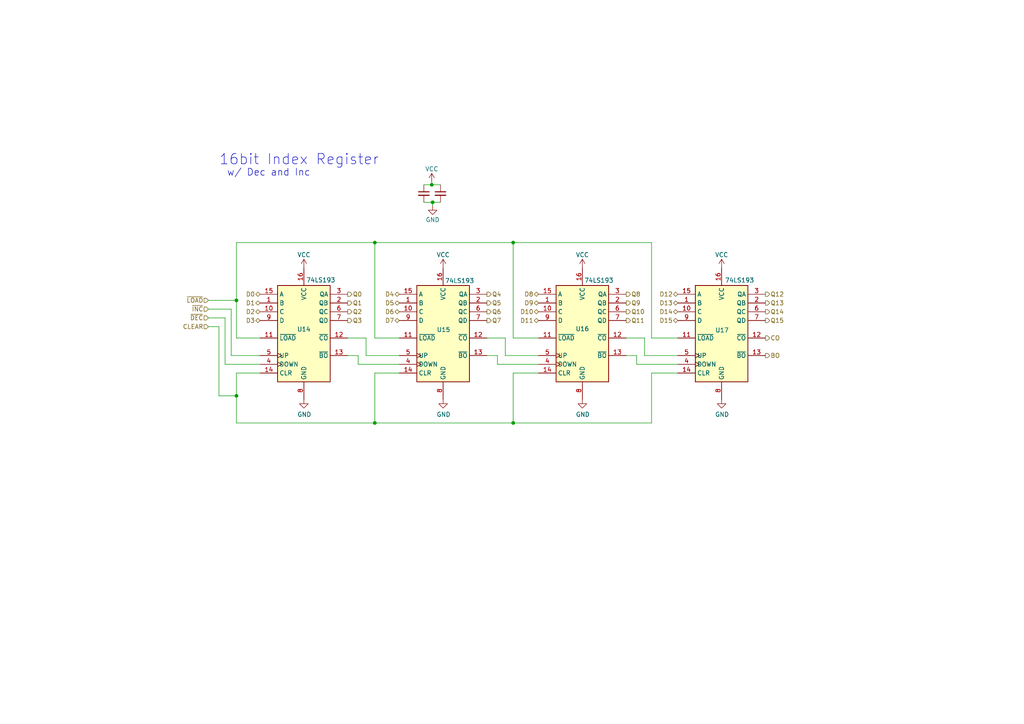
<source format=kicad_sch>
(kicad_sch (version 20211123) (generator eeschema)
  (paper "A4")
  (lib_symbols
    (symbol "74xx:74LS193"
      (property "Reference" "U" (at -7.62 13.97 0))
      (property "Value" "74LS193" (at 5.08 13.97 0))
      (symbol "74LS193_1_0"
        (pin input line (at -12.7 7.62 0) (length 5.08) (name "B") (number "1"))
        (pin input line (at -12.7 5.08 0) (length 5.08) (name "C") (number "10"))
        (pin input line (at -12.7 -2.54 0) (length 5.08) (name "~{LOAD}") (number "11"))
        (pin output line (at 12.7 -2.54 180) (length 5.08) (name "~{CO}") (number "12"))
        (pin output line (at 12.7 -7.62 180) (length 5.08) (name "~{BO}") (number "13"))
        (pin input line (at -12.7 -12.7 0) (length 5.08) (name "CLR") (number "14"))
        (pin input line (at -12.7 10.16 0) (length 5.08) (name "A") (number "15"))
        (pin power_in line (at 0 17.78 270) (length 5.08) (name "VCC") (number "16"))
        (pin output line (at 12.7 7.62 180) (length 5.08) (name "QB") (number "2"))
        (pin output line (at 12.7 10.16 180) (length 5.08) (name "QA") (number "3"))
        (pin input clock (at -12.7 -10.16 0) (length 5.08) (name "DOWN") (number "4"))
        (pin input clock (at -12.7 -7.62 0) (length 5.08) (name "UP") (number "5"))
        (pin output line (at 12.7 5.08 180) (length 5.08) (name "QC") (number "6"))
        (pin output line (at 12.7 2.54 180) (length 5.08) (name "QD") (number "7"))
        (pin power_in line (at 0 -20.32 90) (length 5.08) (name "GND") (number "8"))
        (pin input line (at -12.7 2.54 0) (length 5.08) (name "D") (number "9"))
      )
      (symbol "74LS193_1_1"
        (rectangle (start -7.62 12.7) (end 7.62 -15.24) (stroke (width 0.254)) (fill (type background)))
      )
    )
    (symbol "Device:C_Small" (pin_numbers hide) (pin_names (offset 0.254) hide)
      (property "Reference" "C" (at 0.254 1.778 0))
      (property "Value" "C_Small" (at 0.254 -2.032 0))
      (symbol "C_Small_0_1"
        (polyline (pts (xy -1.524 -0.508) (xy 1.524 -0.508)) (stroke (width 0.3302)))
        (polyline (pts (xy -1.524 0.508) (xy 1.524 0.508)) (stroke (width 0.3048)))
      )
      (symbol "C_Small_1_1"
        (pin passive line (at 0 2.54 270) (length 2.032) (name "~") (number "1"))
        (pin passive line (at 0 -2.54 90) (length 2.032) (name "~") (number "2"))
      )
    )
    (symbol "power:GND" (power) (pin_names (offset 0))
      (property "Value" "GND" (at 0 -3.81 0))
      (symbol "GND_0_1"
        (polyline (pts (xy 0 0) (xy 0 -1.27) (xy 1.27 -1.27) (xy 0 -2.54) (xy -1.27 -1.27) (xy 0 -1.27)))
      )
      (symbol "GND_1_1"
        (pin power_in line (at 0 0 270) (length 0) hide (name "GND") (number "1"))
      )
    )
    (symbol "power:VCC" (power) (pin_names (offset 0))
      (property "Value" "VCC" (at 0 3.81 0))
      (symbol "VCC_0_1"
        (polyline (pts (xy -0.762 1.27) (xy 0 2.54)))
        (polyline (pts (xy 0 0) (xy 0 2.54)))
        (polyline (pts (xy 0 2.54) (xy 0.762 1.27)))
      )
      (symbol "VCC_1_1"
        (pin power_in line (at 0 0 90) (length 0) hide (name "VCC") (number "1"))
      )
    )
  )
  (junction (at 68.58 114.808))
  (junction (at 148.844 122.682))
  (junction (at 125.222 53.594))
  (junction (at 125.476 58.674))
  (junction (at 108.712 70.358))
  (junction (at 108.712 122.682))
  (junction (at 148.844 70.358))
  (junction (at 68.58 87.122))
  (wire (pts (xy 103.886 105.664) (xy 103.886 103.124)))
  (wire (pts (xy 67.056 103.124) (xy 67.056 89.662)))
  (wire (pts (xy 108.712 70.358) (xy 148.844 70.358)))
  (wire (pts (xy 67.056 89.662) (xy 60.452 89.662)))
  (wire (pts (xy 146.558 103.124) (xy 156.21 103.124)))
  (wire (pts (xy 60.452 94.742) (xy 63.5 94.742)))
  (wire (pts (xy 144.272 103.124) (xy 141.224 103.124)))
  (wire (pts (xy 103.886 103.124) (xy 100.838 103.124)))
  (wire (pts (xy 122.936 53.594) (xy 125.222 53.594)))
  (wire (pts (xy 188.976 98.044) (xy 188.976 70.358)))
  (wire (pts (xy 196.596 98.044) (xy 188.976 98.044)))
  (wire (pts (xy 63.5 114.808) (xy 68.58 114.808)))
  (wire (pts (xy 141.224 98.044) (xy 146.558 98.044)))
  (wire (pts (xy 115.824 98.044) (xy 108.712 98.044)))
  (wire (pts (xy 186.944 103.124) (xy 196.596 103.124)))
  (wire (pts (xy 188.976 70.358) (xy 148.844 70.358)))
  (wire (pts (xy 156.21 105.664) (xy 144.272 105.664)))
  (wire (pts (xy 125.476 58.674) (xy 125.476 59.69)))
  (wire (pts (xy 115.824 105.664) (xy 103.886 105.664)))
  (wire (pts (xy 75.438 103.124) (xy 67.056 103.124)))
  (wire (pts (xy 181.61 98.044) (xy 186.944 98.044)))
  (wire (pts (xy 106.172 98.044) (xy 106.172 103.124)))
  (wire (pts (xy 148.844 98.044) (xy 156.21 98.044)))
  (wire (pts (xy 68.58 87.122) (xy 68.58 98.044)))
  (wire (pts (xy 68.58 70.358) (xy 68.58 87.122)))
  (wire (pts (xy 60.452 92.202) (xy 65.278 92.202)))
  (wire (pts (xy 184.658 105.664) (xy 184.658 103.124)))
  (wire (pts (xy 188.976 108.204) (xy 188.976 122.682)))
  (wire (pts (xy 146.558 98.044) (xy 146.558 103.124)))
  (wire (pts (xy 68.58 122.682) (xy 68.58 114.808)))
  (wire (pts (xy 108.712 108.204) (xy 108.712 122.682)))
  (wire (pts (xy 108.712 122.682) (xy 148.844 122.682)))
  (wire (pts (xy 186.944 98.044) (xy 186.944 103.124)))
  (wire (pts (xy 148.844 70.358) (xy 148.844 98.044)))
  (wire (pts (xy 125.222 52.832) (xy 125.222 53.594)))
  (wire (pts (xy 68.58 114.808) (xy 68.58 108.204)))
  (wire (pts (xy 122.936 58.674) (xy 125.476 58.674)))
  (wire (pts (xy 100.838 98.044) (xy 106.172 98.044)))
  (wire (pts (xy 125.222 53.594) (xy 127.762 53.594)))
  (wire (pts (xy 68.58 98.044) (xy 75.438 98.044)))
  (wire (pts (xy 196.596 108.204) (xy 188.976 108.204)))
  (wire (pts (xy 188.976 122.682) (xy 148.844 122.682)))
  (wire (pts (xy 115.824 108.204) (xy 108.712 108.204)))
  (wire (pts (xy 65.278 92.202) (xy 65.278 105.664)))
  (wire (pts (xy 108.712 70.358) (xy 68.58 70.358)))
  (wire (pts (xy 148.844 122.682) (xy 148.844 108.204)))
  (wire (pts (xy 60.452 87.122) (xy 68.58 87.122)))
  (wire (pts (xy 108.712 98.044) (xy 108.712 70.358)))
  (wire (pts (xy 63.5 94.742) (xy 63.5 114.808)))
  (wire (pts (xy 196.596 105.664) (xy 184.658 105.664)))
  (wire (pts (xy 184.658 103.124) (xy 181.61 103.124)))
  (wire (pts (xy 65.278 105.664) (xy 75.438 105.664)))
  (wire (pts (xy 68.58 108.204) (xy 75.438 108.204)))
  (wire (pts (xy 148.844 108.204) (xy 156.21 108.204)))
  (wire (pts (xy 125.476 58.674) (xy 127.762 58.674)))
  (wire (pts (xy 106.172 103.124) (xy 115.824 103.124)))
  (wire (pts (xy 144.272 105.664) (xy 144.272 103.124)))
  (wire (pts (xy 108.712 122.682) (xy 68.58 122.682)))
  (text "16bit Index Register" (at 63.5 48.133 0) (effects (font (size 3 3)) (justify left bottom)))
  (text "w/ Dec and Inc" (at 65.786 51.308 0) (effects (font (size 2 2)) (justify left bottom)))
  (hierarchical_label "Q10" (shape output) (at 181.61 90.424 0))
  (hierarchical_label "D2" (shape tri_state) (at 75.438 90.424 180))
  (hierarchical_label "Q6" (shape output) (at 141.224 90.424 0))
  (hierarchical_label "Q3" (shape output) (at 100.838 92.964 0))
  (hierarchical_label "Q15" (shape output) (at 221.996 92.964 0))
  (hierarchical_label "D10" (shape tri_state) (at 156.21 90.424 180))
  (hierarchical_label "Q5" (shape output) (at 141.224 87.884 0))
  (hierarchical_label "Q13" (shape output) (at 221.996 87.884 0))
  (hierarchical_label "Q12" (shape output) (at 221.996 85.344 0))
  (hierarchical_label "D4" (shape tri_state) (at 115.824 85.344 180))
  (hierarchical_label "D0" (shape tri_state) (at 75.438 85.344 180))
  (hierarchical_label "D6" (shape tri_state) (at 115.824 90.424 180))
  (hierarchical_label "Q7" (shape output) (at 141.224 92.964 0))
  (hierarchical_label "Q2" (shape output) (at 100.838 90.424 0))
  (hierarchical_label "Q8" (shape output) (at 181.61 85.344 0))
  (hierarchical_label "~{DEC}" (shape input) (at 60.452 92.202 180))
  (hierarchical_label "D14" (shape tri_state) (at 196.596 90.424 180))
  (hierarchical_label "Q0" (shape output) (at 100.838 85.344 0))
  (hierarchical_label "D3" (shape tri_state) (at 75.438 92.964 180))
  (hierarchical_label "Q9" (shape output) (at 181.61 87.884 0))
  (hierarchical_label "Q4" (shape output) (at 141.224 85.344 0))
  (hierarchical_label "D1" (shape tri_state) (at 75.438 87.884 180))
  (hierarchical_label "D9" (shape tri_state) (at 156.21 87.884 180))
  (hierarchical_label "D15" (shape tri_state) (at 196.596 92.964 180))
  (hierarchical_label "~{INC}" (shape input) (at 60.452 89.662 180))
  (hierarchical_label "CO" (shape output) (at 221.996 98.044 0))
  (hierarchical_label "D7" (shape tri_state) (at 115.824 92.964 180))
  (hierarchical_label "D8" (shape tri_state) (at 156.21 85.344 180))
  (hierarchical_label "Q11" (shape output) (at 181.61 92.964 0))
  (hierarchical_label "D13" (shape tri_state) (at 196.596 87.884 180))
  (hierarchical_label "CLEAR" (shape input) (at 60.452 94.742 180))
  (hierarchical_label "~{LOAD}" (shape input) (at 60.452 87.122 180))
  (hierarchical_label "Q14" (shape output) (at 221.996 90.424 0))
  (hierarchical_label "D12" (shape tri_state) (at 196.596 85.344 180))
  (hierarchical_label "BO" (shape output) (at 221.996 103.124 0))
  (hierarchical_label "D11" (shape tri_state) (at 156.21 92.964 180))
  (hierarchical_label "D5" (shape tri_state) (at 115.824 87.884 180))
  (hierarchical_label "Q1" (shape output) (at 100.838 87.884 0))
  (symbol (lib_id "74xx:74LS193") (at 88.138 95.504 0) (unit 1)
    (property "Reference" "U14" (at 88.138 95.504 0))
    (property "Value" "74LS193" (at 93.0402 81.2292 0))
    (property "Footprint" "Package_SO:SO-16_5.3x10.2mm_P1.27mm" (effects hide))
    (property "Datasheet" "http://www.ti.com/lit/ds/symlink/sn74ls193.pdf" (effects hide))
  )
  (symbol (lib_id "power:VCC") (at 88.138 77.724 0) (unit 1)
    (property "Reference" "#PWR067" (effects hide))
    (property "Value" "VCC" (at 88.138 73.914 0))
  )
  (symbol (lib_id "power:GND") (at 125.476 59.69 0) (unit 1)
    (property "Reference" "#PWR070" (effects hide))
    (property "Value" "GND" (at 125.476 63.754 0))
  )
  (symbol (lib_id "power:VCC") (at 125.222 52.832 0) (unit 1)
    (property "Reference" "#PWR069" (effects hide))
    (property "Value" "VCC" (at 125.222 49.022 0))
  )
  (symbol (lib_id "power:VCC") (at 128.524 77.724 0) (unit 1)
    (property "Reference" "#PWR071" (effects hide))
    (property "Value" "VCC" (at 128.524 73.914 0))
  )
  (symbol (lib_id "74xx:74LS193") (at 209.296 95.504 0) (unit 1)
    (property "Reference" "U17" (at 209.423 95.758 0))
    (property "Value" "74LS193" (at 214.503 81.28 0))
    (property "Footprint" "Package_SO:SO-16_5.3x10.2mm_P1.27mm" (effects hide))
    (property "Datasheet" "http://www.ti.com/lit/ds/symlink/sn74ls193.pdf" (effects hide))
  )
  (symbol (lib_id "power:GND") (at 128.524 115.824 0) (unit 1)
    (property "Reference" "#PWR072" (effects hide))
    (property "Value" "GND" (at 128.651 120.2182 0))
  )
  (symbol (lib_id "power:GND") (at 209.296 115.824 0) (unit 1)
    (property "Reference" "#PWR076" (effects hide))
    (property "Value" "GND" (at 209.423 120.2182 0))
  )
  (symbol (lib_id "power:GND") (at 88.138 115.824 0) (unit 1)
    (property "Reference" "#PWR068" (effects hide))
    (property "Value" "GND" (at 88.265 120.2182 0))
  )
  (symbol (lib_id "power:VCC") (at 168.91 77.724 0) (unit 1)
    (property "Reference" "#PWR073" (effects hide))
    (property "Value" "VCC" (at 168.91 73.914 0))
  )
  (symbol (lib_id "Device:C_Small") (at 122.936 56.134 0) (unit 1)
    (property "Reference" "C14" (effects hide))
    (property "Value" "C_Small" (effects hide))
    (property "Footprint" "Capacitor_SMD:C_0805_2012Metric" (effects hide))
  )
  (symbol (lib_id "power:VCC") (at 209.296 77.724 0) (unit 1)
    (property "Reference" "#PWR075" (effects hide))
    (property "Value" "VCC" (at 209.296 73.914 0))
  )
  (symbol (lib_id "power:GND") (at 168.91 115.824 0) (unit 1)
    (property "Reference" "#PWR074" (effects hide))
    (property "Value" "GND" (at 169.037 120.2182 0))
  )
  (symbol (lib_id "74xx:74LS193") (at 128.524 95.504 0) (unit 1)
    (property "Reference" "U15" (at 128.651 95.631 0))
    (property "Value" "74LS193" (at 133.2992 81.4324 0))
    (property "Footprint" "Package_SO:SO-16_5.3x10.2mm_P1.27mm" (effects hide))
    (property "Datasheet" "http://www.ti.com/lit/ds/symlink/sn74ls193.pdf" (effects hide))
  )
  (symbol (lib_id "74xx:74LS193") (at 168.91 95.504 0) (unit 1)
    (property "Reference" "U16" (at 168.91 95.377 0))
    (property "Value" "74LS193" (at 173.7106 81.3308 0))
    (property "Footprint" "Package_SO:SO-16_5.3x10.2mm_P1.27mm" (effects hide))
    (property "Datasheet" "http://www.ti.com/lit/ds/symlink/sn74ls193.pdf" (effects hide))
  )
  (symbol (lib_id "Device:C_Small") (at 127.762 56.134 0) (unit 1)
    (property "Reference" "C15" (effects hide))
    (property "Value" "C_Small" (effects hide))
    (property "Footprint" "Capacitor_SMD:C_0805_2012Metric" (effects hide))
  )
)
</source>
